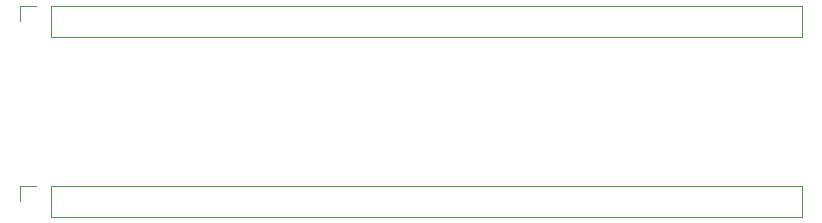
<source format=gbr>
%TF.GenerationSoftware,KiCad,Pcbnew,(5.1.10-1-10_14)*%
%TF.CreationDate,2021-09-16T13:02:04+08:00*%
%TF.ProjectId,AT90USB1287-Board,41543930-5553-4423-9132-38372d426f61,rev?*%
%TF.SameCoordinates,Original*%
%TF.FileFunction,Legend,Bot*%
%TF.FilePolarity,Positive*%
%FSLAX46Y46*%
G04 Gerber Fmt 4.6, Leading zero omitted, Abs format (unit mm)*
G04 Created by KiCad (PCBNEW (5.1.10-1-10_14)) date 2021-09-16 13:02:04*
%MOMM*%
%LPD*%
G01*
G04 APERTURE LIST*
%ADD10C,0.120000*%
G04 APERTURE END LIST*
D10*
%TO.C,J3*%
X173034000Y-63186000D02*
X173034000Y-65846000D01*
X109474000Y-63186000D02*
X173034000Y-63186000D01*
X109474000Y-65846000D02*
X173034000Y-65846000D01*
X109474000Y-63186000D02*
X109474000Y-65846000D01*
X108204000Y-63186000D02*
X106874000Y-63186000D01*
X106874000Y-63186000D02*
X106874000Y-64516000D01*
%TO.C,J2*%
X173034000Y-78426000D02*
X173034000Y-81086000D01*
X109474000Y-78426000D02*
X173034000Y-78426000D01*
X109474000Y-81086000D02*
X173034000Y-81086000D01*
X109474000Y-78426000D02*
X109474000Y-81086000D01*
X108204000Y-78426000D02*
X106874000Y-78426000D01*
X106874000Y-78426000D02*
X106874000Y-79756000D01*
%TD*%
M02*

</source>
